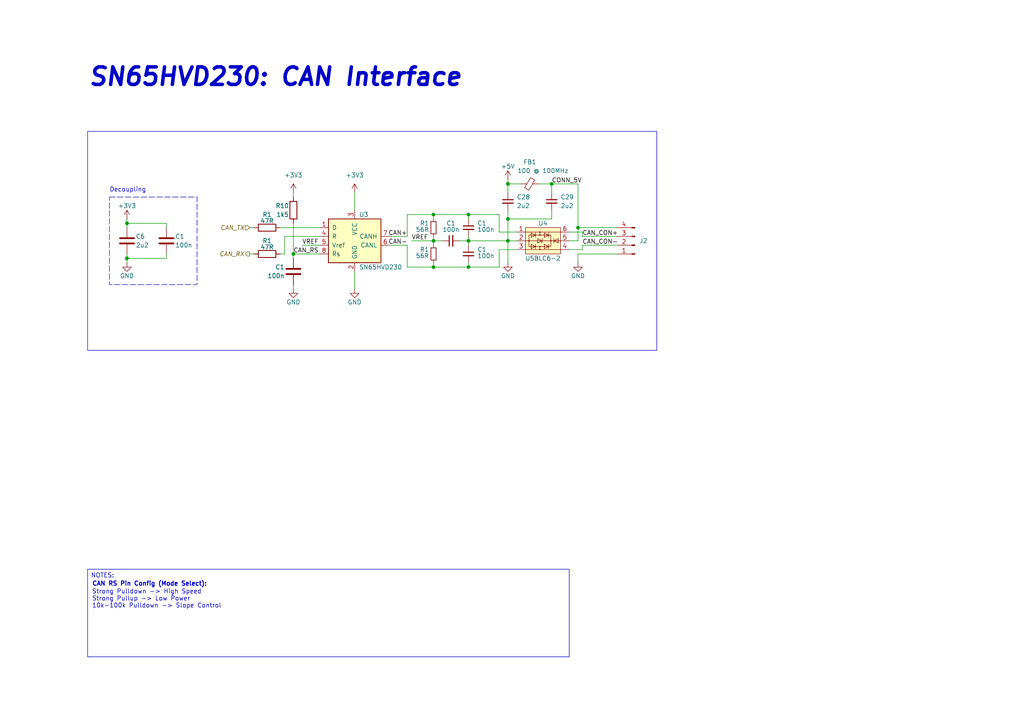
<source format=kicad_sch>
(kicad_sch (version 20230121) (generator eeschema)
  (paper "A4")
  (title_block (title "RFID-Gwent") (date "2023-08-15") (rev "R0") (company "s-grundner"))
  (lib_symbols
    (symbol "Connector:Conn_01x04_Pin" (pin_names (offset 1.016) hide)
      (property "Reference" "J" (at 0 5.08 0))
      (property "Value" "Conn_01x04_Pin" (at 0 -7.62 0))
      (symbol "Conn_01x04_Pin_1_1"
        (polyline (pts (xy 1.27 -5.08) (xy 0.8636 -5.08)) (stroke (width 0.1524)))
        (polyline (pts (xy 1.27 -2.54) (xy 0.8636 -2.54)) (stroke (width 0.1524)))
        (polyline (pts (xy 1.27 0) (xy 0.8636 0)) (stroke (width 0.1524)))
        (polyline (pts (xy 1.27 2.54) (xy 0.8636 2.54)) (stroke (width 0.1524)))
        (rectangle (start 0.8636 -4.953) (end 0 -5.207) (stroke (width 0.1524)) (fill (type outline)))
        (rectangle (start 0.8636 -2.413) (end 0 -2.667) (stroke (width 0.1524)) (fill (type outline)))
        (rectangle (start 0.8636 0.127) (end 0 -0.127) (stroke (width 0.1524)) (fill (type outline)))
        (rectangle (start 0.8636 2.667) (end 0 2.413) (stroke (width 0.1524)) (fill (type outline)))
        (pin passive line (at 5.08 2.54 180) (length 3.81) (name "Pin_1") (number "1"))
        (pin passive line (at 5.08 0 180) (length 3.81) (name "Pin_2") (number "2"))
        (pin passive line (at 5.08 -2.54 180) (length 3.81) (name "Pin_3") (number "3"))
        (pin passive line (at 5.08 -5.08 180) (length 3.81) (name "Pin_4") (number "4"))
      )
    )
    (symbol "Device:C" (pin_numbers hide) (pin_names (offset 0.254))
      (property "Reference" "C" (at 0.635 2.54 0))
      (property "Value" "C" (at 0.635 -2.54 0))
      (symbol "C_0_1"
        (polyline (pts (xy -2.032 -0.762) (xy 2.032 -0.762)) (stroke (width 0.508)))
        (polyline (pts (xy -2.032 0.762) (xy 2.032 0.762)) (stroke (width 0.508)))
      )
      (symbol "C_1_1"
        (pin passive line (at 0 3.81 270) (length 2.794) (name "~") (number "1"))
        (pin passive line (at 0 -3.81 90) (length 2.794) (name "~") (number "2"))
      )
    )
    (symbol "Device:C_Small" (pin_numbers hide) (pin_names (offset 0.254) hide)
      (property "Reference" "C" (at 0.254 1.778 0))
      (property "Value" "C_Small" (at 0.254 -2.032 0))
      (symbol "C_Small_0_1"
        (polyline (pts (xy -1.524 -0.508) (xy 1.524 -0.508)) (stroke (width 0.3302)))
        (polyline (pts (xy -1.524 0.508) (xy 1.524 0.508)) (stroke (width 0.3048)))
      )
      (symbol "C_Small_1_1"
        (pin passive line (at 0 2.54 270) (length 2.032) (name "~") (number "1"))
        (pin passive line (at 0 -2.54 90) (length 2.032) (name "~") (number "2"))
      )
    )
    (symbol "Device:FerriteBead_Small" (pin_numbers hide) (pin_names (offset 0))
      (property "Reference" "FB" (at 1.905 1.27 0))
      (property "Value" "FerriteBead_Small" (at 1.905 -1.27 0))
      (symbol "FerriteBead_Small_0_1"
        (polyline (pts (xy 0 -1.27) (xy 0 -0.7874)))
        (polyline (pts (xy 0 0.889) (xy 0 1.2954)))
        (polyline (pts (xy -1.8288 0.2794) (xy -1.1176 1.4986) (xy 1.8288 -0.2032) (xy 1.1176 -1.4224) (xy -1.8288 0.2794)))
      )
      (symbol "FerriteBead_Small_1_1"
        (pin passive line (at 0 2.54 270) (length 1.27) (name "~") (number "1"))
        (pin passive line (at 0 -2.54 90) (length 1.27) (name "~") (number "2"))
      )
    )
    (symbol "Device:R" (pin_numbers hide) (pin_names (offset 0))
      (property "Reference" "R" (at 2.032 0 90))
      (property "Value" "R" (at 0 0 90))
      (symbol "R_0_1"
        (rectangle (start -1.016 -2.54) (end 1.016 2.54) (stroke (width 0.254)))
      )
      (symbol "R_1_1"
        (pin passive line (at 0 3.81 270) (length 1.27) (name "~") (number "1"))
        (pin passive line (at 0 -3.81 90) (length 1.27) (name "~") (number "2"))
      )
    )
    (symbol "Device:R_Small" (pin_numbers hide) (pin_names (offset 0.254) hide)
      (property "Reference" "R" (at 0.762 0.508 0))
      (property "Value" "R_Small" (at 0.762 -1.016 0))
      (symbol "R_Small_0_1"
        (rectangle (start -0.762 1.778) (end 0.762 -1.778) (stroke (width 0.2032)))
      )
      (symbol "R_Small_1_1"
        (pin passive line (at 0 2.54 270) (length 0.762) (name "~") (number "1"))
        (pin passive line (at 0 -2.54 90) (length 0.762) (name "~") (number "2"))
      )
    )
    (symbol "Interface_CAN_LIN:SN65HVD230" (pin_names (offset 1.016))
      (property "Reference" "U" (at -2.54 10.16 0))
      (property "Value" "SN65HVD230" (at -2.54 7.62 0))
      (symbol "SN65HVD230_0_1"
        (rectangle (start -7.62 5.08) (end 7.62 -7.62) (stroke (width 0.254)) (fill (type background)))
      )
      (symbol "SN65HVD230_1_1"
        (pin input line (at -10.16 2.54 0) (length 2.54) (name "D") (number "1"))
        (pin power_in line (at 0 -10.16 90) (length 2.54) (name "GND") (number "2"))
        (pin power_in line (at 0 7.62 270) (length 2.54) (name "VCC") (number "3"))
        (pin output line (at -10.16 0 0) (length 2.54) (name "R") (number "4"))
        (pin output line (at -10.16 -2.54 0) (length 2.54) (name "Vref") (number "5"))
        (pin bidirectional line (at 10.16 -2.54 180) (length 2.54) (name "CANL") (number "6"))
        (pin bidirectional line (at 10.16 0 180) (length 2.54) (name "CANH") (number "7"))
        (pin input line (at -10.16 -5.08 0) (length 2.54) (name "Rs") (number "8"))
      )
    )
    (symbol "Power_Protection:WE-TVS-82400102"
      (property "Reference" "U" (at 0 7.62 0))
      (property "Value" "WE-TVS-82400102" (at 0 5.08 0))
      (symbol "WE-TVS-82400102_0_1"
        (rectangle (start -5.08 3.81) (end 5.08 -3.81) (fill (type background)))
        (circle (center -4.064 0) (radius 0.127))
        (rectangle (start -4.064 1.651) (end 2.286 -1.651))
        (circle (center -0.889 -2.54) (radius 0.127))
        (circle (center -0.889 -1.651) (radius 0.127))
        (circle (center -0.889 1.651) (radius 0.127))
        (circle (center -0.889 2.54) (radius 0.127))
        (polyline (pts (xy -5.08 -2.54) (xy 5.08 -2.54)))
        (polyline (pts (xy -5.08 2.54) (xy 5.08 2.54)))
        (polyline (pts (xy -4.064 0) (xy -5.08 0)))
        (polyline (pts (xy -4.064 0) (xy 2.286 0)) (fill (type outline)))
        (polyline (pts (xy -2.159 -1.016) (xy -2.159 -2.286)))
        (polyline (pts (xy -2.159 2.286) (xy -2.159 1.016)))
        (polyline (pts (xy -0.889 -1.651) (xy -0.889 -2.413)))
        (polyline (pts (xy -0.889 1.651) (xy -0.889 2.54)))
        (polyline (pts (xy -0.508 -0.635) (xy -0.508 -0.635)))
        (polyline (pts (xy 1.651 -1.016) (xy 1.651 -2.286)))
        (polyline (pts (xy 1.651 2.286) (xy 1.651 1.016)))
        (polyline (pts (xy 2.286 0) (xy 5.08 0)))
        (polyline (pts (xy -3.429 -1.016) (xy -3.429 -2.286) (xy -2.159 -1.651) (xy -3.429 -1.016)))
        (polyline (pts (xy -3.429 1.016) (xy -3.429 2.286) (xy -2.159 1.651) (xy -3.429 1.016)))
        (polyline (pts (xy 0 0.635) (xy -0.254 0.381) (xy -0.254 -0.381) (xy -0.508 -0.635)))
        (polyline (pts (xy 0.381 -1.016) (xy 0.381 -2.286) (xy 1.651 -1.651) (xy 0.381 -1.016)))
        (polyline (pts (xy 0.381 1.016) (xy 0.381 2.286) (xy 1.651 1.651) (xy 0.381 1.016)))
        (circle (center 2.286 0) (radius 0.127))
      )
      (symbol "WE-TVS-82400102_1_1"
        (polyline (pts (xy 3.175 0.635) (xy 3.175 -0.635)))
        (polyline (pts (xy -1.524 0.635) (xy -1.524 -0.635) (xy -0.254 0) (xy -1.524 0.635)))
        (polyline (pts (xy 4.445 0.635) (xy 4.445 -0.635) (xy 3.175 0) (xy 4.445 0.635)))
        (pin passive line (at -7.62 2.54 0) (length 2.54) (name "~") (number "1"))
        (pin passive line (at -7.62 0 0) (length 2.54) (name "~") (number "2"))
        (pin passive line (at -7.62 -2.54 0) (length 2.54) (name "~") (number "3"))
        (pin passive line (at 7.62 -2.54 180) (length 2.54) (name "~") (number "4"))
        (pin passive line (at 7.62 0 180) (length 2.54) (name "~") (number "5"))
        (pin passive line (at 7.62 2.54 180) (length 2.54) (name "~") (number "6"))
      )
    )
    (symbol "power:+3V3" (power) (pin_names (offset 0))
      (property "Value" "+3V3" (at 0 3.556 0))
      (symbol "+3V3_0_1"
        (polyline (pts (xy -0.762 1.27) (xy 0 2.54)))
        (polyline (pts (xy 0 0) (xy 0 2.54)))
        (polyline (pts (xy 0 2.54) (xy 0.762 1.27)))
      )
      (symbol "+3V3_1_1"
        (pin power_in line (at 0 0 90) (length 0) hide (name "+3V3") (number "1"))
      )
    )
    (symbol "power:+5V" (power) (pin_names (offset 0))
      (property "Value" "+5V" (at 0 3.556 0))
      (symbol "+5V_0_1"
        (polyline (pts (xy -0.762 1.27) (xy 0 2.54)))
        (polyline (pts (xy 0 0) (xy 0 2.54)))
        (polyline (pts (xy 0 2.54) (xy 0.762 1.27)))
      )
      (symbol "+5V_1_1"
        (pin power_in line (at 0 0 90) (length 0) hide (name "+5V") (number "1"))
      )
    )
    (symbol "power:GND" (power) (pin_names (offset 0))
      (property "Value" "GND" (at 0 -3.81 0))
      (symbol "GND_0_1"
        (polyline (pts (xy 0 0) (xy 0 -1.27) (xy 1.27 -1.27) (xy 0 -2.54) (xy -1.27 -1.27) (xy 0 -1.27)))
      )
      (symbol "GND_1_1"
        (pin power_in line (at 0 0 270) (length 0) hide (name "GND") (number "1"))
      )
    )
  )
  (junction (at 36.83 64.77))
  (junction (at 125.73 77.47))
  (junction (at 147.32 63.5))
  (junction (at 147.32 69.85))
  (junction (at 167.64 66.04))
  (junction (at 36.83 74.93))
  (junction (at 147.32 53.34))
  (junction (at 135.89 69.85))
  (junction (at 125.73 62.23))
  (junction (at 135.89 77.47))
  (junction (at 125.73 69.85))
  (junction (at 160.02 53.34))
  (junction (at 135.89 62.23))
  (junction (at 85.09 73.66))
  (wire (pts (xy 168.91 71.12) (xy 168.91 72.39)))
  (wire (pts (xy 147.32 69.85) (xy 147.32 76.2)))
  (wire (pts (xy 144.78 67.31) (xy 144.78 62.23)))
  (wire (pts (xy 36.83 64.77) (xy 36.83 66.04)))
  (wire (pts (xy 168.91 68.58) (xy 179.07 68.58)))
  (wire (pts (xy 125.73 77.47) (xy 135.89 77.47)))
  (wire (pts (xy 147.32 52.07) (xy 147.32 53.34)))
  (wire (pts (xy 179.07 73.66) (xy 167.64 73.66)))
  (wire (pts (xy 125.73 62.23) (xy 125.73 63.5)))
  (wire (pts (xy 147.32 69.85) (xy 149.86 69.85)))
  (wire (pts (xy 160.02 60.96) (xy 160.02 63.5)))
  (wire (pts (xy 36.83 74.93) (xy 48.26 74.93)))
  (wire (pts (xy 102.87 55.88) (xy 102.87 60.96)))
  (wire (pts (xy 85.09 83.82) (xy 85.09 82.55)))
  (wire (pts (xy 118.11 71.12) (xy 118.11 77.47)))
  (wire (pts (xy 168.91 71.12) (xy 179.07 71.12)))
  (wire (pts (xy 135.89 69.85) (xy 147.32 69.85)))
  (wire (pts (xy 85.09 74.93) (xy 85.09 73.66)))
  (wire (pts (xy 48.26 64.77) (xy 48.26 66.04)))
  (wire (pts (xy 135.89 76.2) (xy 135.89 77.47)))
  (wire (pts (xy 167.64 66.04) (xy 179.07 66.04)))
  (wire (pts (xy 102.87 83.82) (xy 102.87 78.74)))
  (wire (pts (xy 165.1 72.39) (xy 168.91 72.39)))
  (wire (pts (xy 147.32 60.96) (xy 147.32 63.5)))
  (wire (pts (xy 118.11 62.23) (xy 125.73 62.23)))
  (wire (pts (xy 85.09 73.66) (xy 92.71 73.66)))
  (wire (pts (xy 135.89 68.58) (xy 135.89 69.85)))
  (wire (pts (xy 119.38 69.85) (xy 125.73 69.85)))
  (wire (pts (xy 165.1 69.85) (xy 167.64 69.85)))
  (wire (pts (xy 81.28 73.66) (xy 82.55 73.66)))
  (wire (pts (xy 125.73 76.2) (xy 125.73 77.47)))
  (wire (pts (xy 36.83 63.5) (xy 36.83 64.77)))
  (wire (pts (xy 167.64 66.04) (xy 167.64 69.85)))
  (wire (pts (xy 147.32 53.34) (xy 147.32 55.88)))
  (wire (pts (xy 135.89 62.23) (xy 135.89 63.5)))
  (wire (pts (xy 87.63 71.12) (xy 92.71 71.12)))
  (wire (pts (xy 160.02 55.88) (xy 160.02 53.34)))
  (wire (pts (xy 149.86 67.31) (xy 144.78 67.31)))
  (wire (pts (xy 156.21 53.34) (xy 160.02 53.34)))
  (wire (pts (xy 125.73 69.85) (xy 125.73 71.12)))
  (wire (pts (xy 147.32 63.5) (xy 160.02 63.5)))
  (wire (pts (xy 36.83 64.77) (xy 48.26 64.77)))
  (wire (pts (xy 82.55 73.66) (xy 82.55 68.58)))
  (wire (pts (xy 125.73 69.85) (xy 128.27 69.85)))
  (wire (pts (xy 135.89 77.47) (xy 144.78 77.47)))
  (wire (pts (xy 113.03 68.58) (xy 118.11 68.58)))
  (wire (pts (xy 82.55 68.58) (xy 92.71 68.58)))
  (wire (pts (xy 168.91 67.31) (xy 168.91 68.58)))
  (wire (pts (xy 48.26 73.66) (xy 48.26 74.93)))
  (wire (pts (xy 73.66 73.66) (xy 72.39 73.66)))
  (wire (pts (xy 167.64 66.04) (xy 167.64 53.34)))
  (wire (pts (xy 36.83 74.93) (xy 36.83 73.66)))
  (wire (pts (xy 72.39 66.04) (xy 73.66 66.04)))
  (wire (pts (xy 81.28 66.04) (xy 92.71 66.04)))
  (wire (pts (xy 135.89 69.85) (xy 135.89 71.12)))
  (wire (pts (xy 118.11 77.47) (xy 125.73 77.47)))
  (wire (pts (xy 165.1 67.31) (xy 168.91 67.31)))
  (wire (pts (xy 167.64 53.34) (xy 160.02 53.34)))
  (wire (pts (xy 36.83 76.2) (xy 36.83 74.93)))
  (wire (pts (xy 144.78 77.47) (xy 144.78 72.39)))
  (wire (pts (xy 133.35 69.85) (xy 135.89 69.85)))
  (wire (pts (xy 167.64 73.66) (xy 167.64 76.2)))
  (wire (pts (xy 113.03 71.12) (xy 118.11 71.12)))
  (wire (pts (xy 118.11 68.58) (xy 118.11 62.23)))
  (wire (pts (xy 125.73 68.58) (xy 125.73 69.85)))
  (wire (pts (xy 144.78 72.39) (xy 149.86 72.39)))
  (wire (pts (xy 85.09 64.77) (xy 85.09 73.66)))
  (wire (pts (xy 147.32 63.5) (xy 147.32 69.85)))
  (wire (pts (xy 135.89 62.23) (xy 144.78 62.23)))
  (wire (pts (xy 125.73 62.23) (xy 135.89 62.23)))
  (wire (pts (xy 85.09 55.88) (xy 85.09 57.15)))
  (wire (pts (xy 151.13 53.34) (xy 147.32 53.34)))
  (rectangle (start 25.4 38.1) (end 190.5 101.6))
  (rectangle (start 31.75 57.15) (end 57.15 82.55) (stroke (width 0) (type dash)))
  (text_box "NOTES:" (at 25.4 165.1 0) (size 139.7 25.4) (effects (font (size 1.27 1.27)) (justify left top)))
  (text "Decoupling" (at 31.75 55.88 0) (effects (font (size 1.27 1.27)) (justify left bottom)))
  (text "CAN RS Pin Config (Mode Select):" (at 26.67 170.18 0) (effects (font (size 1.27 1.27) (thickness 0.254) bold) (justify left bottom)))
  (text "SN65HVD230: CAN Interface\n" (at 25.4 25.4 0) (effects (font (size 5.08 5.08) (thickness 1.016) bold italic) (justify left bottom)))
  (text "Strong Pulldown -> High Speed\nStrong Pullup -> Low Power\n10k-100k Pulldown -> Slope Control" (at 26.67 176.53 0) (effects (font (size 1.27 1.27)) (justify left bottom)))
  (label "VREF" (at 87.63 71.12 0))
  (label "CAN_CON-" (at 168.91 71.12 0))
  (label "CAN_CON+" (at 168.91 68.58 0))
  (label "VREF" (at 119.38 69.85 0))
  (label "CAN_RS" (at 85.09 73.66 0))
  (label "CONN_5V" (at 160.02 53.34 0))
  (label "CAN+" (at 118.11 68.58 180))
  (label "CAN-" (at 118.11 71.12 180))
  (hierarchical_label "CAN_TX" (shape input) (at 72.39 66.04 180) (effects (font italic)))
  (hierarchical_label "CAN_RX" (shape output) (at 72.39 73.66 180) (effects (font italic)))
  (symbol (lib_id "power:+3V3") (at 36.83 63.5 0) (unit 1)
    (property "Reference" "#PWR01" (effects hide))
    (property "Value" "+3V3" (at 36.83 59.69 0))
    (instances (project "STM32F4_HexGauge_V3" (path "" (reference "#PWR01") (unit 1)) (path "" (reference "#PWR01") (unit 1)) (path "" (reference "#PWR026") (unit 1))) (project "Reader_Module" (path "" (reference "#PWR034") (unit 1))))
  )
  (symbol (lib_id "Device:R") (at 77.47 66.04 90) (unit 1)
    (property "Reference" "R1" (at 77.47 62.23 90))
    (property "Value" "47R" (at 77.47 64.77 90) (effects (justify top)))
    (property "Footprint" "Resistor_SMD:R_0402_1005Metric" (effects hide))
    (property "LCSC Part #" "C25118" (effects hide))
    (property "Dist" "LCSC" (effects hide))
    (instances (project "STM32F4_HexGauge_V3" (path "" (reference "R1") (unit 1)) (path "" (reference "R1") (unit 1)) (path "" (reference "R12") (unit 1))) (project "Reader_Module" (path "" (reference "R5") (unit 1))))
  )
  (symbol (lib_id "Device:C_Small") (at 147.32 58.42 0) (unit 1)
    (property "Reference" "C28" (at 149.86 57.1563 0) (effects (justify left)))
    (property "Value" "2u2" (at 149.86 59.69 0) (effects (justify left)))
    (property "Footprint" "Capacitor_SMD:C_0402_1005Metric" (effects hide))
  )
  (symbol (lib_id "Device:R_Small") (at 125.73 66.04 180) (unit 1)
    (property "Reference" "R1" (at 124.46 64.77 0) (effects (justify left)))
    (property "Value" "56R" (at 124.46 67.31 0) (effects (justify left top)))
    (property "Footprint" "Resistor_SMD:R_0402_1005Metric" (effects hide))
    (property "LCSC Part #" "C17757" (effects hide))
    (property "Dist" "LCSC" (effects hide))
    (instances (project "STM32F4_HexGauge_V3" (path "" (reference "R1") (unit 1)) (path "" (reference "R1") (unit 1)) (path "" (reference "R13") (unit 1))) (project "Reader_Module" (path "" (reference "R6") (unit 1))))
  )
  (symbol (lib_id "Device:C_Small") (at 130.81 69.85 90) (unit 1)
    (property "Reference" "C1" (at 130.81 64.77 90))
    (property "Value" "100n" (at 130.81 67.31 90) (effects (justify top)))
    (property "Footprint" "Capacitor_SMD:C_0402_1005Metric" (effects hide))
    (property "LCSC Part #" "C1525" (effects hide))
    (property "Dist" "LCSC" (effects hide))
    (instances (project "STM32F4_HexGauge_V3" (path "" (reference "C1") (unit 1)) (path "" (reference "C6") (unit 1)) (path "" (reference "C22") (unit 1))) (project "Reader_Module" (path "" (reference "C22") (unit 1))))
  )
  (symbol (lib_id "Device:C") (at 36.83 69.85 0) (unit 1)
    (property "Reference" "C6" (at 39.37 68.58 0) (effects (justify left)))
    (property "Value" "2u2" (at 39.37 71.12 0) (effects (justify left)))
    (property "Footprint" "Capacitor_SMD:C_0402_1005Metric" (effects hide))
    (property "LCSC Part #" "C1525" (effects hide))
    (property "Dist" "LCSC" (effects hide))
    (instances (project "STM32F4_HexGauge_V3" (path "" (reference "C6") (unit 1)) (path "" (reference "C1") (unit 1)) (path "" (reference "C17") (unit 1))) (project "Reader_Module" (path "" (reference "C19") (unit 1))))
  )
  (symbol (lib_id "Connector:Conn_01x04_Pin") (at 184.15 71.12 180) (unit 1)
    (property "Reference" "J2" (at 185.42 69.85 0) (effects (justify right)))
    (property "Value" "Conn_01x04_Pin" (effects hide))
    (property "Footprint" "Connector_Molex:Molex_Micro-Latch_53254-0470_1x04_P2.00mm_Horizontal" (effects hide))
  )
  (symbol (lib_id "Device:R") (at 85.09 60.96 180) (unit 1)
    (property "Reference" "R10" (at 83.82 59.69 0) (effects (justify left)))
    (property "Value" "1k5" (at 83.82 62.23 0) (effects (justify left)))
    (property "Footprint" "Resistor_SMD:R_0402_1005Metric" (effects hide))
    (property "LCSC Part #" "C25741" (effects hide))
    (property "Dist" "LCSC" (effects hide))
    (instances (project "STM32F4_HexGauge_V3" (path "" (reference "R10") (unit 1)) (path "" (reference "R16") (unit 1))) (project "Reader_Module" (path "" (reference "R9") (unit 1))))
  )
  (symbol (lib_id "power:GND") (at 102.87 83.82 0) (unit 1)
    (property "Reference" "#PWR033" (effects hide))
    (property "Value" "GND" (at 102.87 87.63 0))
    (instances (project "STM32F4_HexGauge_V3" (path "" (reference "#PWR033") (unit 1))) (project "Reader_Module" (path "" (reference "#PWR031") (unit 1))))
  )
  (symbol (lib_id "Device:R_Small") (at 125.73 73.66 180) (unit 1)
    (property "Reference" "R1" (at 124.46 72.39 0) (effects (justify left)))
    (property "Value" "56R" (at 124.46 74.93 0) (effects (justify left top)))
    (property "Footprint" "Resistor_SMD:R_0402_1005Metric" (effects hide))
    (property "LCSC Part #" "C17757" (effects hide))
    (property "Dist" "LCSC" (effects hide))
    (instances (project "STM32F4_HexGauge_V3" (path "" (reference "R1") (unit 1)) (path "" (reference "R1") (unit 1)) (path "" (reference "R15") (unit 1))) (project "Reader_Module" (path "" (reference "R8") (unit 1))))
  )
  (symbol (lib_id "Device:C_Small") (at 135.89 73.66 0) (unit 1)
    (property "Reference" "C1" (at 138.43 72.39 0) (effects (justify left)))
    (property "Value" "100n" (at 138.43 74.93 0) (effects (justify left bottom)))
    (property "Footprint" "Capacitor_SMD:C_0402_1005Metric" (effects hide))
    (property "LCSC Part #" "C1525" (effects hide))
    (property "Dist" "LCSC" (effects hide))
    (instances (project "STM32F4_HexGauge_V3" (path "" (reference "C1") (unit 1)) (path "" (reference "C6") (unit 1)) (path "" (reference "C23") (unit 1))) (project "Reader_Module" (path "" (reference "C23") (unit 1))))
  )
  (symbol (lib_id "Device:C_Small") (at 160.02 58.42 0) (unit 1)
    (property "Reference" "C29" (at 162.56 57.1563 0) (effects (justify left)))
    (property "Value" "2u2" (at 162.56 59.6963 0) (effects (justify left)))
    (property "Footprint" "Capacitor_SMD:C_0402_1005Metric" (effects hide))
  )
  (symbol (lib_id "Device:C") (at 48.26 69.85 0) (unit 1)
    (property "Reference" "C1" (at 50.8 68.58 0) (effects (justify left)))
    (property "Value" "100n" (at 50.8 71.12 0) (effects (justify left)))
    (property "Footprint" "Capacitor_SMD:C_0402_1005Metric" (effects hide))
    (property "LCSC Part #" "C1525" (effects hide))
    (property "Dist" "LCSC" (effects hide))
    (instances (project "STM32F4_HexGauge_V3" (path "" (reference "C1") (unit 1)) (path "" (reference "C6") (unit 1)) (path "" (reference "C18") (unit 1))) (project "Reader_Module" (path "" (reference "C20") (unit 1))))
  )
  (symbol (lib_id "power:+5V") (at 147.32 52.07 0) (unit 1)
    (property "Reference" "#PWR029" (effects hide))
    (property "Value" "+5V" (at 147.32 48.26 0))
  )
  (symbol (lib_id "Device:FerriteBead_Small") (at 153.67 53.34 90) (unit 1)
    (property "Reference" "FB1" (at 153.67 46.99 90))
    (property "Value" "100 @ 100MHz" (at 157.48 49.53 90))
    (property "Footprint" "Inductor_SMD:L_0805_2012Metric" (effects hide))
    (property "LCSC Part #" "C1015" (effects hide))
    (property "Dist" "LCSC" (effects hide))
    (instances (project "STM32F4_HexGauge_V3" (path "" (reference "FB1") (unit 1))) (project "Reader_Module" (path "" (reference "FB2") (unit 1))))
  )
  (symbol (lib_id "Device:R") (at 77.47 73.66 90) (unit 1)
    (property "Reference" "R1" (at 77.47 69.85 90))
    (property "Value" "47R" (at 77.47 72.39 90) (effects (justify top)))
    (property "Footprint" "Resistor_SMD:R_0402_1005Metric" (effects hide))
    (property "LCSC Part #" "C25118" (effects hide))
    (property "Dist" "LCSC" (effects hide))
    (instances (project "STM32F4_HexGauge_V3" (path "" (reference "R1") (unit 1)) (path "" (reference "R1") (unit 1)) (path "" (reference "R14") (unit 1))) (project "Reader_Module" (path "" (reference "R7") (unit 1))))
  )
  (symbol (lib_id "Power_Protection:WE-TVS-82400102") (at 157.48 69.85 0) (unit 1)
    (property "Reference" "U4" (at 157.48 64.77 0))
    (property "Value" "USBLC6-2" (at 157.48 74.93 0))
    (property "Footprint" "Package_TO_SOT_SMD:SOT-23-6" (effects hide))
    (property "Datasheet" "https://www.st.com/resource/en/datasheet/usblc6-2.pdf" (effects hide))
    (property "LCSC Part #" "C7519" (effects hide))
    (property "Dist" "Mouser" (effects hide))
    (instances (project "STM32F4_HexGauge_V3" (path "" (reference "U4") (unit 1)) (path "" (reference "U4") (unit 1)) (path "" (reference "U4") (unit 1))) (project "Reader_Module" (path "" (reference "U3") (unit 1))))
  )
  (symbol (lib_id "Interface_CAN_LIN:SN65HVD230") (at 102.87 68.58 0) (unit 1)
    (property "Reference" "U3" (at 104.14 62.23 0) (effects (justify left)))
    (property "Value" "SN65HVD230" (at 104.14 77.47 0) (effects (justify left)))
    (property "Footprint" "Package_SO:SOIC-8_3.9x4.9mm_P1.27mm" (effects hide))
    (property "Datasheet" "https://www.ti.com/lit/ds/symlink/sn65hvd230.pdf?ts=1690907179673" (effects hide))
    (property "LCSC Part #" "C12084" (effects hide))
    (property "Dist" "LCSC" (effects hide))
    (instances (project "STM32F4_HexGauge_V3" (path "" (reference "U3") (unit 1))) (project "Reader_Module" (path "" (reference "U2") (unit 1))))
  )
  (symbol (lib_id "power:GND") (at 36.83 76.2 0) (unit 1)
    (property "Reference" "#PWR030" (effects hide))
    (property "Value" "GND" (at 36.83 80.01 0))
    (instances (project "STM32F4_HexGauge_V3" (path "" (reference "#PWR030") (unit 1))) (project "Reader_Module" (path "" (reference "#PWR028") (unit 1))))
  )
  (symbol (lib_id "power:GND") (at 147.32 76.2 0) (unit 1)
    (property "Reference" "#PWR032" (effects hide))
    (property "Value" "GND" (at 147.32 80.01 0))
    (instances (project "STM32F4_HexGauge_V3" (path "" (reference "#PWR032") (unit 1))) (project "Reader_Module" (path "" (reference "#PWR030") (unit 1))))
  )
  (symbol (lib_id "power:+3V3") (at 85.09 55.88 0) (unit 1)
    (property "Reference" "#PWR01" (effects hide))
    (property "Value" "+3V3" (at 85.09 50.8 0))
    (instances (project "STM32F4_HexGauge_V3" (path "" (reference "#PWR01") (unit 1)) (path "" (reference "#PWR01") (unit 1)) (path "" (reference "#PWR026") (unit 1))) (project "Reader_Module" (path "" (reference "#PWR033") (unit 1))))
  )
  (symbol (lib_id "Device:C") (at 85.09 78.74 0) (unit 1)
    (property "Reference" "C1" (at 82.55 77.47 0) (effects (justify right)))
    (property "Value" "100n" (at 82.55 80.01 0) (effects (justify right)))
    (property "Footprint" "Capacitor_SMD:C_0402_1005Metric" (effects hide))
    (property "LCSC Part #" "C1525" (effects hide))
    (property "Dist" "LCSC" (effects hide))
    (instances (project "STM32F4_HexGauge_V3" (path "" (reference "C1") (unit 1)) (path "" (reference "C6") (unit 1)) (path "" (reference "C24") (unit 1))) (project "Reader_Module" (path "" (reference "C24") (unit 1))))
  )
  (symbol (lib_id "power:+3V3") (at 102.87 55.88 0) (unit 1)
    (property "Reference" "#PWR01" (effects hide))
    (property "Value" "+3V3" (at 102.87 50.8 0))
    (instances (project "STM32F4_HexGauge_V3" (path "" (reference "#PWR01") (unit 1)) (path "" (reference "#PWR01") (unit 1)) (path "" (reference "#PWR026") (unit 1))) (project "Reader_Module" (path "" (reference "#PWR027") (unit 1))))
  )
  (symbol (lib_id "power:GND") (at 85.09 83.82 0) (unit 1)
    (property "Reference" "#PWR035" (effects hide))
    (property "Value" "GND" (at 85.09 87.63 0))
    (instances (project "STM32F4_HexGauge_V3" (path "" (reference "#PWR035") (unit 1))) (project "Reader_Module" (path "" (reference "#PWR032") (unit 1))))
  )
  (symbol (lib_id "Device:C_Small") (at 135.89 66.04 0) (unit 1)
    (property "Reference" "C1" (at 138.43 64.77 0) (effects (justify left)))
    (property "Value" "100n" (at 138.43 67.31 0) (effects (justify left bottom)))
    (property "Footprint" "Capacitor_SMD:C_0402_1005Metric" (effects hide))
    (property "LCSC Part #" "C1525" (effects hide))
    (property "Dist" "LCSC" (effects hide))
    (instances (project "STM32F4_HexGauge_V3" (path "" (reference "C1") (unit 1)) (path "" (reference "C6") (unit 1)) (path "" (reference "C21") (unit 1))) (project "Reader_Module" (path "" (reference "C21") (unit 1))))
  )
  (symbol (lib_id "power:GND") (at 167.64 76.2 0) (unit 1)
    (property "Reference" "#PWR032" (effects hide))
    (property "Value" "GND" (at 167.64 80.01 0))
    (instances (project "STM32F4_HexGauge_V3" (path "" (reference "#PWR032") (unit 1))) (project "Reader_Module" (path "" (reference "#PWR038") (unit 1))))
  )
)
</source>
